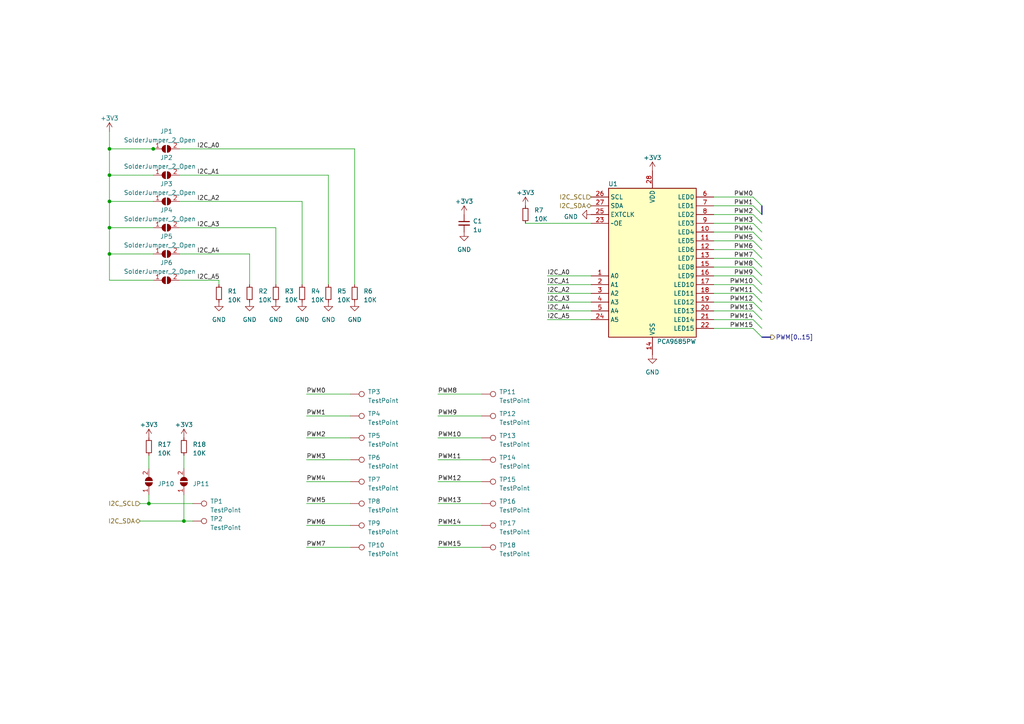
<source format=kicad_sch>
(kicad_sch (version 20210606) (generator eeschema)
  (paper "A4")
  (lib_symbols
    (symbol "Connector:TestPoint" (pin_numbers hide) (pin_names (offset 0.762) hide)
      (property "Reference" "TP" (at 0 6.858 0))
      (property "Value" "TestPoint" (at 0 5.08 0))
      (symbol "TestPoint_0_1"
        (circle (center 0 3.302) (radius 0.762))
      )
      (symbol "TestPoint_1_1"
        (pin passive line (at 0 0 90) (length 2.54) (name "1") (number "1"))
      )
    )
    (symbol "Device:C_Small" (pin_numbers hide) (pin_names (offset 0.254) hide)
      (property "Reference" "C" (at 0.254 1.778 0))
      (property "Value" "C_Small" (at 0.254 -2.032 0))
      (symbol "C_Small_0_1"
        (polyline (pts (xy -1.524 -0.508) (xy 1.524 -0.508)) (stroke (width 0.3302)))
        (polyline (pts (xy -1.524 0.508) (xy 1.524 0.508)) (stroke (width 0.3048)))
      )
      (symbol "C_Small_1_1"
        (pin passive line (at 0 2.54 270) (length 2.032) (name "~") (number "1"))
        (pin passive line (at 0 -2.54 90) (length 2.032) (name "~") (number "2"))
      )
    )
    (symbol "Device:R_Small" (pin_numbers hide) (pin_names (offset 0.254) hide)
      (property "Reference" "R" (at 0.762 0.508 0))
      (property "Value" "R_Small" (at 0.762 -1.016 0))
      (symbol "R_Small_0_1"
        (rectangle (start -0.762 1.778) (end 0.762 -1.778) (stroke (width 0.2032)))
      )
      (symbol "R_Small_1_1"
        (pin passive line (at 0 2.54 270) (length 0.762) (name "~") (number "1"))
        (pin passive line (at 0 -2.54 90) (length 0.762) (name "~") (number "2"))
      )
    )
    (symbol "Driver_LED:PCA9685PW"
      (property "Reference" "U" (at -12.7 22.225 0))
      (property "Value" "PCA9685PW" (at 1.27 22.225 0))
      (symbol "PCA9685PW_0_1"
        (rectangle (start -12.7 20.32) (end 12.7 -22.86) (stroke (width 0.254)) (fill (type background)))
      )
      (symbol "PCA9685PW_1_1"
        (pin input line (at -17.78 -5.08 0) (length 5.08) (name "A0") (number "1"))
        (pin output line (at 17.78 7.62 180) (length 5.08) (name "LED4") (number "10"))
        (pin output line (at 17.78 5.08 180) (length 5.08) (name "LED5") (number "11"))
        (pin output line (at 17.78 2.54 180) (length 5.08) (name "LED6") (number "12"))
        (pin output line (at 17.78 0 180) (length 5.08) (name "LED7") (number "13"))
        (pin power_in line (at 0 -27.94 90) (length 5.08) (name "VSS") (number "14"))
        (pin output line (at 17.78 -2.54 180) (length 5.08) (name "LED8") (number "15"))
        (pin output line (at 17.78 -5.08 180) (length 5.08) (name "LED9") (number "16"))
        (pin output line (at 17.78 -7.62 180) (length 5.08) (name "LED10") (number "17"))
        (pin output line (at 17.78 -10.16 180) (length 5.08) (name "LED11") (number "18"))
        (pin output line (at 17.78 -12.7 180) (length 5.08) (name "LED12") (number "19"))
        (pin input line (at -17.78 -7.62 0) (length 5.08) (name "A1") (number "2"))
        (pin output line (at 17.78 -15.24 180) (length 5.08) (name "LED13") (number "20"))
        (pin output line (at 17.78 -17.78 180) (length 5.08) (name "LED14") (number "21"))
        (pin output line (at 17.78 -20.32 180) (length 5.08) (name "LED15") (number "22"))
        (pin input line (at -17.78 10.16 0) (length 5.08) (name "~OE") (number "23"))
        (pin input line (at -17.78 -17.78 0) (length 5.08) (name "A5") (number "24"))
        (pin input line (at -17.78 12.7 0) (length 5.08) (name "EXTCLK") (number "25"))
        (pin input line (at -17.78 17.78 0) (length 5.08) (name "SCL") (number "26"))
        (pin bidirectional line (at -17.78 15.24 0) (length 5.08) (name "SDA") (number "27"))
        (pin power_in line (at 0 25.4 270) (length 5.08) (name "VDD") (number "28"))
        (pin input line (at -17.78 -10.16 0) (length 5.08) (name "A2") (number "3"))
        (pin input line (at -17.78 -12.7 0) (length 5.08) (name "A3") (number "4"))
        (pin input line (at -17.78 -15.24 0) (length 5.08) (name "A4") (number "5"))
        (pin output line (at 17.78 17.78 180) (length 5.08) (name "LED0") (number "6"))
        (pin output line (at 17.78 15.24 180) (length 5.08) (name "LED1") (number "7"))
        (pin output line (at 17.78 12.7 180) (length 5.08) (name "LED2") (number "8"))
        (pin output line (at 17.78 10.16 180) (length 5.08) (name "LED3") (number "9"))
      )
    )
    (symbol "Jumper:SolderJumper_2_Open" (pin_names (offset 0) hide)
      (property "Reference" "JP" (at 0 2.032 0))
      (property "Value" "SolderJumper_2_Open" (at 0 -2.54 0))
      (symbol "SolderJumper_2_Open_0_1"
        (arc (start -0.254 1.016) (end -0.254 -1.016) (radius (at -0.254 0) (length 1.016) (angles 90.1 -90.1)))
        (arc (start 0.254 -1.016) (end 0.254 1.016) (radius (at 0.254 0) (length 1.016) (angles -89.9 89.9)))
        (arc (start -0.254 1.016) (end -0.254 -1.016) (radius (at -0.254 0) (length 1.016) (angles 90.1 -90.1)) (fill (type outline)))
        (arc (start 0.254 -1.016) (end 0.254 1.016) (radius (at 0.254 0) (length 1.016) (angles -89.9 89.9)) (fill (type outline)))
        (polyline (pts (xy -0.254 1.016) (xy -0.254 -1.016)))
        (polyline (pts (xy 0.254 1.016) (xy 0.254 -1.016)))
      )
      (symbol "SolderJumper_2_Open_1_1"
        (pin passive line (at -3.81 0 0) (length 2.54) (name "A") (number "1"))
        (pin passive line (at 3.81 0 180) (length 2.54) (name "B") (number "2"))
      )
    )
    (symbol "power:+3V3" (power) (pin_names (offset 0))
      (property "Value" "+3V3" (at 0 3.556 0))
      (symbol "+3V3_0_1"
        (polyline (pts (xy -0.762 1.27) (xy 0 2.54)))
        (polyline (pts (xy 0 0) (xy 0 2.54)))
        (polyline (pts (xy 0 2.54) (xy 0.762 1.27)))
      )
      (symbol "+3V3_1_1"
        (pin power_in line (at 0 0 90) (length 0) hide (name "+3V3") (number "1"))
      )
    )
    (symbol "power:GND" (power) (pin_names (offset 0))
      (property "Value" "GND" (at 0 -3.81 0))
      (symbol "GND_0_1"
        (polyline (pts (xy 0 0) (xy 0 -1.27) (xy 1.27 -1.27) (xy 0 -2.54) (xy -1.27 -1.27) (xy 0 -1.27)))
      )
      (symbol "GND_1_1"
        (pin power_in line (at 0 0 270) (length 0) hide (name "GND") (number "1"))
      )
    )
  )
  (junction (at 31.75 43.18) (diameter 0.9144))
  (junction (at 31.75 50.8) (diameter 0.9144))
  (junction (at 31.75 58.42) (diameter 0.9144))
  (junction (at 31.75 66.04) (diameter 0.9144))
  (junction (at 31.75 73.66) (diameter 0.9144))
  (junction (at 43.18 146.05) (diameter 0.9144))
  (junction (at 44.45 43.18) (diameter 0.9144))
  (junction (at 53.34 151.13) (diameter 0.9144))
  (bus_entry (at 218.44 57.15) (size 2.54 2.54) (stroke (width 0.1524)))
  (bus_entry (at 218.44 59.69) (size 2.54 2.54) (stroke (width 0.1524)))
  (bus_entry (at 218.44 62.23) (size 2.54 2.54) (stroke (width 0.1524)))
  (bus_entry (at 218.44 64.77) (size 2.54 2.54) (stroke (width 0.1524)))
  (bus_entry (at 218.44 67.31) (size 2.54 2.54) (stroke (width 0.1524)))
  (bus_entry (at 218.44 69.85) (size 2.54 2.54) (stroke (width 0.1524)))
  (bus_entry (at 218.44 72.39) (size 2.54 2.54) (stroke (width 0.1524)))
  (bus_entry (at 218.44 74.93) (size 2.54 2.54) (stroke (width 0.1524)))
  (bus_entry (at 218.44 77.47) (size 2.54 2.54) (stroke (width 0.1524)))
  (bus_entry (at 218.44 80.01) (size 2.54 2.54) (stroke (width 0.1524)))
  (bus_entry (at 218.44 82.55) (size 2.54 2.54) (stroke (width 0.1524)))
  (bus_entry (at 218.44 85.09) (size 2.54 2.54) (stroke (width 0.1524)))
  (bus_entry (at 218.44 87.63) (size 2.54 2.54) (stroke (width 0.1524)))
  (bus_entry (at 218.44 90.17) (size 2.54 2.54) (stroke (width 0.1524)))
  (bus_entry (at 218.44 92.71) (size 2.54 2.54) (stroke (width 0.1524)))
  (bus_entry (at 218.44 95.25) (size 2.54 2.54) (stroke (width 0.1524)))
  (wire (pts (xy 31.75 38.1) (xy 31.75 43.18)))
  (wire (pts (xy 31.75 43.18) (xy 31.75 50.8)))
  (wire (pts (xy 31.75 43.18) (xy 44.45 43.18)))
  (wire (pts (xy 31.75 50.8) (xy 31.75 58.42)))
  (wire (pts (xy 31.75 50.8) (xy 44.45 50.8)))
  (wire (pts (xy 31.75 58.42) (xy 31.75 66.04)))
  (wire (pts (xy 31.75 58.42) (xy 44.45 58.42)))
  (wire (pts (xy 31.75 66.04) (xy 31.75 73.66)))
  (wire (pts (xy 31.75 66.04) (xy 44.45 66.04)))
  (wire (pts (xy 31.75 73.66) (xy 31.75 81.28)))
  (wire (pts (xy 31.75 73.66) (xy 44.45 73.66)))
  (wire (pts (xy 31.75 81.28) (xy 44.45 81.28)))
  (wire (pts (xy 40.64 146.05) (xy 43.18 146.05)))
  (wire (pts (xy 40.64 151.13) (xy 53.34 151.13)))
  (wire (pts (xy 43.18 132.08) (xy 43.18 135.89)))
  (wire (pts (xy 43.18 143.51) (xy 43.18 146.05)))
  (wire (pts (xy 43.18 146.05) (xy 55.88 146.05)))
  (wire (pts (xy 44.45 43.18) (xy 45.085 43.18)))
  (wire (pts (xy 52.07 43.18) (xy 102.87 43.18)))
  (wire (pts (xy 52.07 50.8) (xy 95.25 50.8)))
  (wire (pts (xy 52.07 58.42) (xy 87.63 58.42)))
  (wire (pts (xy 52.07 66.04) (xy 80.01 66.04)))
  (wire (pts (xy 52.07 73.66) (xy 72.39 73.66)))
  (wire (pts (xy 52.07 81.28) (xy 63.5 81.28)))
  (wire (pts (xy 53.34 132.08) (xy 53.34 135.89)))
  (wire (pts (xy 53.34 143.51) (xy 53.34 151.13)))
  (wire (pts (xy 53.34 151.13) (xy 55.88 151.13)))
  (wire (pts (xy 63.5 81.28) (xy 63.5 82.55)))
  (wire (pts (xy 72.39 82.55) (xy 72.39 73.66)))
  (wire (pts (xy 80.01 82.55) (xy 80.01 66.04)))
  (wire (pts (xy 87.63 82.55) (xy 87.63 58.42)))
  (wire (pts (xy 88.9 114.3) (xy 101.6 114.3)))
  (wire (pts (xy 88.9 120.65) (xy 101.6 120.65)))
  (wire (pts (xy 88.9 127) (xy 101.6 127)))
  (wire (pts (xy 88.9 133.35) (xy 101.6 133.35)))
  (wire (pts (xy 88.9 139.7) (xy 101.6 139.7)))
  (wire (pts (xy 88.9 146.05) (xy 101.6 146.05)))
  (wire (pts (xy 88.9 152.4) (xy 101.6 152.4)))
  (wire (pts (xy 88.9 158.75) (xy 101.6 158.75)))
  (wire (pts (xy 95.25 82.55) (xy 95.25 50.8)))
  (wire (pts (xy 102.87 82.55) (xy 102.87 43.18)))
  (wire (pts (xy 127 114.3) (xy 139.7 114.3)))
  (wire (pts (xy 127 120.65) (xy 139.7 120.65)))
  (wire (pts (xy 127 127) (xy 139.7 127)))
  (wire (pts (xy 127 133.35) (xy 139.7 133.35)))
  (wire (pts (xy 127 139.7) (xy 139.7 139.7)))
  (wire (pts (xy 127 146.05) (xy 139.7 146.05)))
  (wire (pts (xy 127 152.4) (xy 139.7 152.4)))
  (wire (pts (xy 127 158.75) (xy 139.7 158.75)))
  (wire (pts (xy 152.4 64.77) (xy 171.45 64.77)))
  (wire (pts (xy 158.75 80.01) (xy 171.45 80.01)))
  (wire (pts (xy 158.75 82.55) (xy 171.45 82.55)))
  (wire (pts (xy 158.75 85.09) (xy 171.45 85.09)))
  (wire (pts (xy 158.75 87.63) (xy 171.45 87.63)))
  (wire (pts (xy 158.75 90.17) (xy 171.45 90.17)))
  (wire (pts (xy 158.75 92.71) (xy 171.45 92.71)))
  (wire (pts (xy 207.01 57.15) (xy 218.44 57.15)))
  (wire (pts (xy 207.01 59.69) (xy 218.44 59.69)))
  (wire (pts (xy 207.01 62.23) (xy 218.44 62.23)))
  (wire (pts (xy 207.01 64.77) (xy 218.44 64.77)))
  (wire (pts (xy 207.01 67.31) (xy 218.44 67.31)))
  (wire (pts (xy 207.01 69.85) (xy 218.44 69.85)))
  (wire (pts (xy 207.01 72.39) (xy 218.44 72.39)))
  (wire (pts (xy 207.01 74.93) (xy 218.44 74.93)))
  (wire (pts (xy 207.01 77.47) (xy 218.44 77.47)))
  (wire (pts (xy 207.01 80.01) (xy 218.44 80.01)))
  (wire (pts (xy 207.01 82.55) (xy 218.44 82.55)))
  (wire (pts (xy 207.01 85.09) (xy 218.44 85.09)))
  (wire (pts (xy 207.01 87.63) (xy 218.44 87.63)))
  (wire (pts (xy 207.01 90.17) (xy 218.44 90.17)))
  (wire (pts (xy 207.01 92.71) (xy 218.44 92.71)))
  (wire (pts (xy 207.01 95.25) (xy 218.44 95.25)))
  (bus (pts (xy 220.98 59.69) (xy 220.98 97.79)))
  (bus (pts (xy 220.98 97.79) (xy 223.52 97.79)))
  (label "I2C_A0" (at 57.15 43.18 0))
  (label "I2C_A1" (at 57.15 50.8 0))
  (label "I2C_A2" (at 57.15 58.42 0))
  (label "I2C_A3" (at 57.15 66.04 0))
  (label "I2C_A4" (at 57.15 73.66 0))
  (label "I2C_A5" (at 57.15 81.28 0))
  (label "PWM0" (at 88.9 114.3 0))
  (label "PWM1" (at 88.9 120.65 0))
  (label "PWM2" (at 88.9 127 0))
  (label "PWM3" (at 88.9 133.35 0))
  (label "PWM4" (at 88.9 139.7 0))
  (label "PWM5" (at 88.9 146.05 0))
  (label "PWM6" (at 88.9 152.4 0))
  (label "PWM7" (at 88.9 158.75 0))
  (label "PWM8" (at 127 114.3 0))
  (label "PWM9" (at 127 120.65 0))
  (label "PWM10" (at 127 127 0))
  (label "PWM11" (at 127 133.35 0))
  (label "PWM12" (at 127 139.7 0))
  (label "PWM13" (at 127 146.05 0))
  (label "PWM14" (at 127 152.4 0))
  (label "PWM15" (at 127 158.75 0))
  (label "I2C_A0" (at 158.75 80.01 0))
  (label "I2C_A1" (at 158.75 82.55 0))
  (label "I2C_A2" (at 158.75 85.09 0))
  (label "I2C_A3" (at 158.75 87.63 0))
  (label "I2C_A4" (at 158.75 90.17 0))
  (label "I2C_A5" (at 158.75 92.71 0))
  (label "PWM0" (at 218.44 57.15 180))
  (label "PWM1" (at 218.44 59.69 180))
  (label "PWM2" (at 218.44 62.23 180))
  (label "PWM3" (at 218.44 64.77 180))
  (label "PWM4" (at 218.44 67.31 180))
  (label "PWM5" (at 218.44 69.85 180))
  (label "PWM6" (at 218.44 72.39 180))
  (label "PWM7" (at 218.44 74.93 180))
  (label "PWM8" (at 218.44 77.47 180))
  (label "PWM9" (at 218.44 80.01 180))
  (label "PWM10" (at 218.44 82.55 180))
  (label "PWM11" (at 218.44 85.09 180))
  (label "PWM12" (at 218.44 87.63 180))
  (label "PWM13" (at 218.44 90.17 180))
  (label "PWM14" (at 218.44 92.71 180))
  (label "PWM15" (at 218.44 95.25 180))
  (hierarchical_label "I2C_SCL" (shape input) (at 40.64 146.05 180))
  (hierarchical_label "I2C_SDA" (shape bidirectional) (at 40.64 151.13 180))
  (hierarchical_label "I2C_SCL" (shape input) (at 171.45 57.15 180))
  (hierarchical_label "I2C_SDA" (shape bidirectional) (at 171.45 59.69 180))
  (hierarchical_label "PWM[0..15]" (shape output) (at 223.52 97.79 0))
  (symbol (lib_id "power:+3V3") (at 31.75 38.1 0) (unit 1)
    (property "Reference" "#PWR0101" (effects hide))
    (property "Value" "+3V3" (at 31.75 34.29 0))
  )
  (symbol (lib_id "power:+3V3") (at 43.18 127 0) (unit 1)
    (property "Reference" "#PWR0272" (effects hide))
    (property "Value" "+3V3" (at 43.18 123.19 0))
  )
  (symbol (lib_id "power:+3V3") (at 53.34 127 0) (unit 1)
    (property "Reference" "#PWR0273" (effects hide))
    (property "Value" "+3V3" (at 53.34 123.19 0))
  )
  (symbol (lib_id "power:+3V3") (at 134.62 62.23 0) (unit 1)
    (property "Reference" "#PWR0104" (effects hide))
    (property "Value" "+3V3" (at 134.62 58.42 0))
  )
  (symbol (lib_id "power:+3V3") (at 152.4 59.69 0) (unit 1)
    (property "Reference" "#PWR0105" (effects hide))
    (property "Value" "+3V3" (at 152.4 55.88 0))
  )
  (symbol (lib_id "power:+3V3") (at 189.23 49.53 0) (unit 1)
    (property "Reference" "#PWR0112" (effects hide))
    (property "Value" "+3V3" (at 189.23 45.72 0))
  )
  (symbol (lib_id "Connector:TestPoint") (at 55.88 146.05 270) (unit 1)
    (property "Reference" "TP1" (at 60.96 145.4149 90) (effects (justify left)))
    (property "Value" "TestPoint" (at 60.96 147.9549 90) (effects (justify left)))
    (property "Footprint" "TestPoint:TestPoint_Pad_D1.0mm" (effects hide))
  )
  (symbol (lib_id "Connector:TestPoint") (at 55.88 151.13 270) (unit 1)
    (property "Reference" "TP2" (at 60.96 150.4949 90) (effects (justify left)))
    (property "Value" "TestPoint" (at 60.96 153.0349 90) (effects (justify left)))
    (property "Footprint" "TestPoint:TestPoint_Pad_D1.0mm" (effects hide))
  )
  (symbol (lib_id "Connector:TestPoint") (at 101.6 114.3 270) (unit 1)
    (property "Reference" "TP3" (at 106.68 113.6649 90) (effects (justify left)))
    (property "Value" "TestPoint" (at 106.68 116.2049 90) (effects (justify left)))
    (property "Footprint" "TestPoint:TestPoint_Pad_D1.0mm" (effects hide))
  )
  (symbol (lib_id "Connector:TestPoint") (at 101.6 120.65 270) (unit 1)
    (property "Reference" "TP4" (at 106.68 120.0149 90) (effects (justify left)))
    (property "Value" "TestPoint" (at 106.68 122.5549 90) (effects (justify left)))
    (property "Footprint" "TestPoint:TestPoint_Pad_D1.0mm" (effects hide))
  )
  (symbol (lib_id "Connector:TestPoint") (at 101.6 127 270) (unit 1)
    (property "Reference" "TP5" (at 106.68 126.3649 90) (effects (justify left)))
    (property "Value" "TestPoint" (at 106.68 128.9049 90) (effects (justify left)))
    (property "Footprint" "TestPoint:TestPoint_Pad_D1.0mm" (effects hide))
  )
  (symbol (lib_id "Connector:TestPoint") (at 101.6 133.35 270) (unit 1)
    (property "Reference" "TP6" (at 106.68 132.7149 90) (effects (justify left)))
    (property "Value" "TestPoint" (at 106.68 135.2549 90) (effects (justify left)))
    (property "Footprint" "TestPoint:TestPoint_Pad_D1.0mm" (effects hide))
  )
  (symbol (lib_id "Connector:TestPoint") (at 101.6 139.7 270) (unit 1)
    (property "Reference" "TP7" (at 106.68 139.0649 90) (effects (justify left)))
    (property "Value" "TestPoint" (at 106.68 141.6049 90) (effects (justify left)))
    (property "Footprint" "TestPoint:TestPoint_Pad_D1.0mm" (effects hide))
  )
  (symbol (lib_id "Connector:TestPoint") (at 101.6 146.05 270) (unit 1)
    (property "Reference" "TP8" (at 106.68 145.4149 90) (effects (justify left)))
    (property "Value" "TestPoint" (at 106.68 147.9549 90) (effects (justify left)))
    (property "Footprint" "TestPoint:TestPoint_Pad_D1.0mm" (effects hide))
  )
  (symbol (lib_id "Connector:TestPoint") (at 101.6 152.4 270) (unit 1)
    (property "Reference" "TP9" (at 106.68 151.7649 90) (effects (justify left)))
    (property "Value" "TestPoint" (at 106.68 154.3049 90) (effects (justify left)))
    (property "Footprint" "TestPoint:TestPoint_Pad_D1.0mm" (effects hide))
  )
  (symbol (lib_id "Connector:TestPoint") (at 101.6 158.75 270) (unit 1)
    (property "Reference" "TP10" (at 106.68 158.1149 90) (effects (justify left)))
    (property "Value" "TestPoint" (at 106.68 160.6549 90) (effects (justify left)))
    (property "Footprint" "TestPoint:TestPoint_Pad_D1.0mm" (effects hide))
  )
  (symbol (lib_id "Connector:TestPoint") (at 139.7 114.3 270) (unit 1)
    (property "Reference" "TP11" (at 144.78 113.6649 90) (effects (justify left)))
    (property "Value" "TestPoint" (at 144.78 116.2049 90) (effects (justify left)))
    (property "Footprint" "TestPoint:TestPoint_Pad_D1.0mm" (effects hide))
  )
  (symbol (lib_id "Connector:TestPoint") (at 139.7 120.65 270) (unit 1)
    (property "Reference" "TP12" (at 144.78 120.0149 90) (effects (justify left)))
    (property "Value" "TestPoint" (at 144.78 122.5549 90) (effects (justify left)))
    (property "Footprint" "TestPoint:TestPoint_Pad_D1.0mm" (effects hide))
  )
  (symbol (lib_id "Connector:TestPoint") (at 139.7 127 270) (unit 1)
    (property "Reference" "TP13" (at 144.78 126.3649 90) (effects (justify left)))
    (property "Value" "TestPoint" (at 144.78 128.9049 90) (effects (justify left)))
    (property "Footprint" "TestPoint:TestPoint_Pad_D1.0mm" (effects hide))
  )
  (symbol (lib_id "Connector:TestPoint") (at 139.7 133.35 270) (unit 1)
    (property "Reference" "TP14" (at 144.78 132.7149 90) (effects (justify left)))
    (property "Value" "TestPoint" (at 144.78 135.2549 90) (effects (justify left)))
    (property "Footprint" "TestPoint:TestPoint_Pad_D1.0mm" (effects hide))
  )
  (symbol (lib_id "Connector:TestPoint") (at 139.7 139.7 270) (unit 1)
    (property "Reference" "TP15" (at 144.78 139.0649 90) (effects (justify left)))
    (property "Value" "TestPoint" (at 144.78 141.6049 90) (effects (justify left)))
    (property "Footprint" "TestPoint:TestPoint_Pad_D1.0mm" (effects hide))
  )
  (symbol (lib_id "Connector:TestPoint") (at 139.7 146.05 270) (unit 1)
    (property "Reference" "TP16" (at 144.78 145.4149 90) (effects (justify left)))
    (property "Value" "TestPoint" (at 144.78 147.9549 90) (effects (justify left)))
    (property "Footprint" "TestPoint:TestPoint_Pad_D1.0mm" (effects hide))
  )
  (symbol (lib_id "Connector:TestPoint") (at 139.7 152.4 270) (unit 1)
    (property "Reference" "TP17" (at 144.78 151.7649 90) (effects (justify left)))
    (property "Value" "TestPoint" (at 144.78 154.3049 90) (effects (justify left)))
    (property "Footprint" "TestPoint:TestPoint_Pad_D1.0mm" (effects hide))
  )
  (symbol (lib_id "Connector:TestPoint") (at 139.7 158.75 270) (unit 1)
    (property "Reference" "TP18" (at 144.78 158.1149 90) (effects (justify left)))
    (property "Value" "TestPoint" (at 144.78 160.6549 90) (effects (justify left)))
    (property "Footprint" "TestPoint:TestPoint_Pad_D1.0mm" (effects hide))
  )
  (symbol (lib_id "power:GND") (at 63.5 87.63 0) (unit 1)
    (property "Reference" "#PWR0107" (effects hide))
    (property "Value" "GND" (at 63.5 92.71 0))
  )
  (symbol (lib_id "power:GND") (at 72.39 87.63 0) (unit 1)
    (property "Reference" "#PWR0106" (effects hide))
    (property "Value" "GND" (at 72.39 92.71 0))
  )
  (symbol (lib_id "power:GND") (at 80.01 87.63 0) (unit 1)
    (property "Reference" "#PWR0108" (effects hide))
    (property "Value" "GND" (at 80.01 92.71 0))
  )
  (symbol (lib_id "power:GND") (at 87.63 87.63 0) (unit 1)
    (property "Reference" "#PWR0109" (effects hide))
    (property "Value" "GND" (at 87.63 92.71 0))
  )
  (symbol (lib_id "power:GND") (at 95.25 87.63 0) (unit 1)
    (property "Reference" "#PWR0110" (effects hide))
    (property "Value" "GND" (at 95.25 92.71 0))
  )
  (symbol (lib_id "power:GND") (at 102.87 87.63 0) (unit 1)
    (property "Reference" "#PWR0111" (effects hide))
    (property "Value" "GND" (at 102.87 92.71 0))
  )
  (symbol (lib_id "power:GND") (at 134.62 67.31 0) (unit 1)
    (property "Reference" "#PWR0103" (effects hide))
    (property "Value" "GND" (at 134.62 72.39 0))
  )
  (symbol (lib_id "power:GND") (at 171.45 62.23 270) (unit 1)
    (property "Reference" "#PWR0113" (effects hide))
    (property "Value" "GND" (at 167.64 62.8649 90) (effects (justify right)))
  )
  (symbol (lib_id "power:GND") (at 189.23 102.87 0) (unit 1)
    (property "Reference" "#PWR0102" (effects hide))
    (property "Value" "GND" (at 189.23 107.95 0))
  )
  (symbol (lib_id "Device:R_Small") (at 43.18 129.54 0) (unit 1)
    (property "Reference" "R17" (at 45.72 128.9049 0) (effects (justify left)))
    (property "Value" "10K" (at 45.72 131.4449 0) (effects (justify left)))
    (property "Footprint" "Resistor_SMD:R_0402_1005Metric" (effects hide))
  )
  (symbol (lib_id "Device:R_Small") (at 53.34 129.54 0) (unit 1)
    (property "Reference" "R18" (at 55.88 128.9049 0) (effects (justify left)))
    (property "Value" "10K" (at 55.88 131.4449 0) (effects (justify left)))
    (property "Footprint" "Resistor_SMD:R_0402_1005Metric" (effects hide))
  )
  (symbol (lib_id "Device:R_Small") (at 63.5 85.09 0) (unit 1)
    (property "Reference" "R1" (at 66.04 84.4549 0) (effects (justify left)))
    (property "Value" "10K" (at 66.04 86.9949 0) (effects (justify left)))
    (property "Footprint" "Resistor_SMD:R_0402_1005Metric" (effects hide))
  )
  (symbol (lib_id "Device:R_Small") (at 72.39 85.09 0) (unit 1)
    (property "Reference" "R2" (at 74.93 84.4549 0) (effects (justify left)))
    (property "Value" "10K" (at 74.93 86.9949 0) (effects (justify left)))
    (property "Footprint" "Resistor_SMD:R_0402_1005Metric" (effects hide))
  )
  (symbol (lib_id "Device:R_Small") (at 80.01 85.09 0) (unit 1)
    (property "Reference" "R3" (at 82.55 84.4549 0) (effects (justify left)))
    (property "Value" "10K" (at 82.55 86.9949 0) (effects (justify left)))
    (property "Footprint" "Resistor_SMD:R_0402_1005Metric" (effects hide))
  )
  (symbol (lib_id "Device:R_Small") (at 87.63 85.09 0) (unit 1)
    (property "Reference" "R4" (at 90.17 84.4549 0) (effects (justify left)))
    (property "Value" "10K" (at 90.17 86.9949 0) (effects (justify left)))
    (property "Footprint" "Resistor_SMD:R_0402_1005Metric" (effects hide))
  )
  (symbol (lib_id "Device:R_Small") (at 95.25 85.09 0) (unit 1)
    (property "Reference" "R5" (at 97.79 84.4549 0) (effects (justify left)))
    (property "Value" "10K" (at 97.79 86.9949 0) (effects (justify left)))
    (property "Footprint" "Resistor_SMD:R_0402_1005Metric" (effects hide))
  )
  (symbol (lib_id "Device:R_Small") (at 102.87 85.09 0) (unit 1)
    (property "Reference" "R6" (at 105.41 84.4549 0) (effects (justify left)))
    (property "Value" "10K" (at 105.41 86.9949 0) (effects (justify left)))
    (property "Footprint" "Resistor_SMD:R_0402_1005Metric" (effects hide))
  )
  (symbol (lib_id "Device:R_Small") (at 152.4 62.23 0) (unit 1)
    (property "Reference" "R7" (at 154.94 60.9599 0) (effects (justify left)))
    (property "Value" "10K" (at 154.94 63.4999 0) (effects (justify left)))
    (property "Footprint" "Resistor_SMD:R_0402_1005Metric" (effects hide))
  )
  (symbol (lib_id "Jumper:SolderJumper_2_Open") (at 43.18 139.7 90) (unit 1)
    (property "Reference" "JP10" (at 45.72 140.3349 90) (effects (justify right)))
    (property "Value" "SolderJumper_2_Open" (effects hide))
    (property "Footprint" "Jumper:SolderJumper-2_P1.3mm_Open_RoundedPad1.0x1.5mm" (effects hide))
  )
  (symbol (lib_id "Jumper:SolderJumper_2_Open") (at 48.26 43.18 0) (unit 1)
    (property "Reference" "JP1" (at 48.26 38.1 0))
    (property "Value" "SolderJumper_2_Open" (at 46.355 40.64 0))
    (property "Footprint" "Jumper:SolderJumper-2_P1.3mm_Open_RoundedPad1.0x1.5mm" (effects hide))
  )
  (symbol (lib_id "Jumper:SolderJumper_2_Open") (at 48.26 50.8 0) (unit 1)
    (property "Reference" "JP2" (at 48.26 45.72 0))
    (property "Value" "SolderJumper_2_Open" (at 46.355 48.26 0))
    (property "Footprint" "Jumper:SolderJumper-2_P1.3mm_Open_RoundedPad1.0x1.5mm" (effects hide))
  )
  (symbol (lib_id "Jumper:SolderJumper_2_Open") (at 48.26 58.42 0) (unit 1)
    (property "Reference" "JP3" (at 48.26 53.34 0))
    (property "Value" "SolderJumper_2_Open" (at 46.355 55.88 0))
    (property "Footprint" "Jumper:SolderJumper-2_P1.3mm_Open_RoundedPad1.0x1.5mm" (effects hide))
  )
  (symbol (lib_id "Jumper:SolderJumper_2_Open") (at 48.26 66.04 0) (unit 1)
    (property "Reference" "JP4" (at 48.26 60.96 0))
    (property "Value" "SolderJumper_2_Open" (at 46.355 63.5 0))
    (property "Footprint" "Jumper:SolderJumper-2_P1.3mm_Open_RoundedPad1.0x1.5mm" (effects hide))
  )
  (symbol (lib_id "Jumper:SolderJumper_2_Open") (at 48.26 73.66 0) (unit 1)
    (property "Reference" "JP5" (at 48.26 68.58 0))
    (property "Value" "SolderJumper_2_Open" (at 46.355 71.12 0))
    (property "Footprint" "Jumper:SolderJumper-2_P1.3mm_Open_RoundedPad1.0x1.5mm" (effects hide))
  )
  (symbol (lib_id "Jumper:SolderJumper_2_Open") (at 48.26 81.28 0) (unit 1)
    (property "Reference" "JP6" (at 48.26 76.2 0))
    (property "Value" "SolderJumper_2_Open" (at 46.355 78.74 0))
    (property "Footprint" "Jumper:SolderJumper-2_P1.3mm_Open_RoundedPad1.0x1.5mm" (effects hide))
  )
  (symbol (lib_id "Jumper:SolderJumper_2_Open") (at 53.34 139.7 90) (unit 1)
    (property "Reference" "JP11" (at 55.88 140.3349 90) (effects (justify right)))
    (property "Value" "SolderJumper_2_Open" (effects hide))
    (property "Footprint" "Jumper:SolderJumper-2_P1.3mm_Open_RoundedPad1.0x1.5mm" (effects hide))
  )
  (symbol (lib_id "Device:C_Small") (at 134.62 64.77 0) (unit 1)
    (property "Reference" "C1" (at 137.16 64.1349 0) (effects (justify left)))
    (property "Value" "1u" (at 137.16 66.6749 0) (effects (justify left)))
    (property "Footprint" "Capacitor_SMD:C_0603_1608Metric" (effects hide))
  )
  (symbol (lib_id "Driver_LED:PCA9685PW") (at 189.23 74.93 0) (unit 1)
    (property "Reference" "U1" (at 177.8 53.34 0))
    (property "Value" "PCA9685PW" (at 196.215 99.06 0))
    (property "Footprint" "Package_SO:TSSOP-28_4.4x9.7mm_P0.65mm" (effects hide))
    (property "Datasheet" "http://www.nxp.com/documents/data_sheet/PCA9685.pdf" (effects hide))
  )
)
</source>
